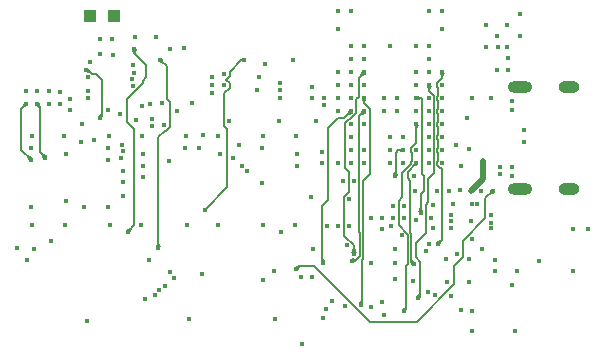
<source format=gbr>
%TF.GenerationSoftware,KiCad,Pcbnew,9.0.4*%
%TF.CreationDate,2025-09-08T17:38:28-04:00*%
%TF.ProjectId,CPU1-NRF5340-uBlox-NORA,43505531-2d4e-4524-9635-3334302d7542,A*%
%TF.SameCoordinates,Original*%
%TF.FileFunction,Copper,L2,Inr*%
%TF.FilePolarity,Positive*%
%FSLAX46Y46*%
G04 Gerber Fmt 4.6, Leading zero omitted, Abs format (unit mm)*
G04 Created by KiCad (PCBNEW 9.0.4) date 2025-09-08 17:38:28*
%MOMM*%
%LPD*%
G01*
G04 APERTURE LIST*
%TA.AperFunction,HeatsinkPad*%
%ADD10O,2.100000X1.000000*%
%TD*%
%TA.AperFunction,HeatsinkPad*%
%ADD11O,1.800000X1.000000*%
%TD*%
%TA.AperFunction,ComponentPad*%
%ADD12R,1.000000X1.000000*%
%TD*%
%TA.AperFunction,ViaPad*%
%ADD13C,0.450000*%
%TD*%
%TA.AperFunction,Conductor*%
%ADD14C,0.127000*%
%TD*%
%TA.AperFunction,Conductor*%
%ADD15C,0.500000*%
%TD*%
G04 APERTURE END LIST*
D10*
%TO.N,GND*%
%TO.C,J1*%
X148720000Y-90280000D03*
D11*
X152900000Y-90280000D03*
D10*
X148720000Y-81640000D03*
D11*
X152900000Y-81640000D03*
%TD*%
D12*
%TO.N,Net-(U2-IO7)*%
%TO.C,TP1*%
X112360000Y-75621000D03*
%TD*%
%TO.N,/P0.31*%
%TO.C,TP2*%
X114360000Y-75621000D03*
%TD*%
D13*
%TO.N,/VBUS*%
X132000000Y-88050000D03*
%TO.N,unconnected-(U4-VBUS-PadB9)*%
X132000000Y-87100000D03*
%TO.N,/VBUSMON*%
X117950000Y-77400000D03*
X113188105Y-78812000D03*
%TO.N,/PGOOD*%
X117396000Y-83057426D03*
%TO.N,/PSEN*%
X117300000Y-96250000D03*
X116747009Y-83203802D03*
%TO.N,/AIN7*%
X125323600Y-79349600D03*
X122021600Y-91998800D03*
%TO.N,/PSMODE*%
X118250000Y-79300000D03*
%TO.N,GND*%
X107425000Y-85800000D03*
X142150000Y-75175000D03*
X127000000Y-85775000D03*
X144450000Y-86850000D03*
X153225000Y-97200000D03*
X138150000Y-97900000D03*
X147675000Y-79200000D03*
X141050000Y-75175000D03*
X138875000Y-91725000D03*
X138150000Y-96550000D03*
X142150000Y-76675000D03*
X113195000Y-77600000D03*
X146275000Y-93575000D03*
X138300000Y-83675000D03*
X112150000Y-82550000D03*
X123200000Y-93275000D03*
X107300000Y-86775000D03*
X127000000Y-93275000D03*
X127975000Y-101250000D03*
X114025000Y-93275000D03*
X141725000Y-90400000D03*
X128400000Y-81250000D03*
X146275000Y-92500000D03*
X134450000Y-75175000D03*
X110125000Y-85800000D03*
X131100000Y-97700000D03*
X137025000Y-92700000D03*
X141050000Y-86975000D03*
X133325000Y-93400000D03*
X126850000Y-86775000D03*
X143625000Y-90382500D03*
X142925000Y-93550000D03*
X153225000Y-93650000D03*
X146800000Y-80150000D03*
X142500000Y-96150000D03*
X137750000Y-78169000D03*
X129700000Y-93275000D03*
X107450000Y-93275000D03*
X135550000Y-78169000D03*
X148700000Y-75425000D03*
X123200000Y-85775000D03*
X120700000Y-101250000D03*
X106900000Y-82000000D03*
X138300000Y-82575000D03*
X122650000Y-82100000D03*
X113875000Y-86800000D03*
X116100000Y-77425000D03*
X148275000Y-102250000D03*
X112150000Y-82000000D03*
X133725000Y-89550000D03*
X123650002Y-80520000D03*
X129725000Y-85800000D03*
X142925000Y-92450000D03*
X148025000Y-98425000D03*
X146625000Y-97225000D03*
X137075000Y-93650000D03*
X144675000Y-102275000D03*
X108825000Y-82000000D03*
X113975000Y-85775000D03*
X134450000Y-78169000D03*
X137200000Y-82575000D03*
X139925000Y-92900000D03*
X113821537Y-83600000D03*
X120475000Y-85775000D03*
X143400000Y-95800000D03*
X133350000Y-75175000D03*
X139875000Y-90425000D03*
X120500000Y-93275000D03*
X134450000Y-86975000D03*
X110175000Y-93275000D03*
X116675000Y-93275000D03*
X116700000Y-85775000D03*
X144700000Y-82575000D03*
X142525000Y-98125000D03*
X141025000Y-78169000D03*
X109775000Y-82014998D03*
X148700000Y-77300000D03*
X126450000Y-81900000D03*
X133350000Y-76675000D03*
X148026284Y-89176284D03*
X148025000Y-82775000D03*
X120375000Y-86800000D03*
X147675000Y-80175000D03*
X107850000Y-82000000D03*
X142925000Y-92975000D03*
X128400000Y-81850000D03*
X146275000Y-93100000D03*
X127000000Y-98000000D03*
X146825000Y-77325000D03*
X120275002Y-78350000D03*
X131125000Y-81600000D03*
X141375000Y-93550000D03*
X137200000Y-83675000D03*
X138150000Y-95375000D03*
X144600000Y-93000000D03*
X142150000Y-88075000D03*
X139950000Y-78169000D03*
X122650000Y-80750000D03*
X136100000Y-92700000D03*
X122650000Y-81425000D03*
X137950000Y-92700000D03*
X133325000Y-88075000D03*
X144250000Y-84275000D03*
%TO.N,+3.3V*%
X121775000Y-97465500D03*
X131125000Y-82525000D03*
X144700000Y-100550000D03*
%TO.N,Net-(U1-X)*%
X113131197Y-84281197D03*
%TO.N,+3.3V*%
X145850000Y-76400000D03*
X128400000Y-82550000D03*
X119649256Y-83659499D03*
%TO.N,Net-(U1-X)*%
X112000000Y-80150000D03*
%TO.N,+3.3V*%
X135549999Y-86975001D03*
X123650002Y-81480000D03*
X134700000Y-89550000D03*
X146625000Y-96250000D03*
X144425000Y-98125000D03*
X114150000Y-77550000D03*
X116825000Y-87300000D03*
X110275000Y-87275000D03*
X144625000Y-94500000D03*
X123350000Y-87325000D03*
X112050000Y-101475000D03*
X114300000Y-78900000D03*
X134450000Y-88075000D03*
X145525000Y-95325000D03*
X130150000Y-97725000D03*
X146850000Y-78250000D03*
X135550000Y-88050000D03*
X144400000Y-96150000D03*
X150325000Y-96375000D03*
X129849999Y-87274999D03*
%TO.N,/AIN5*%
X140098327Y-99461500D03*
X141050000Y-81475000D03*
X107625000Y-95350000D03*
%TO.N,/AIN2*%
X134483767Y-96322082D03*
X135550000Y-83675000D03*
X109014634Y-94694240D03*
%TO.N,/P1.13*%
X133350000Y-81475000D03*
X111850000Y-91776000D03*
X114898399Y-83927062D03*
%TO.N,/AIN6*%
X139950000Y-80375000D03*
X110300000Y-91275000D03*
X111650000Y-84725000D03*
%TO.N,/HK-ADC3*%
X115120619Y-87075095D03*
X109786304Y-83081000D03*
X115930517Y-81562774D03*
X125627722Y-88700500D03*
%TO.N,/AIN7*%
X134450000Y-79275000D03*
X107300000Y-91775000D03*
%TO.N,/AIN1*%
X106150000Y-95275000D03*
X132065500Y-96527549D03*
X134450000Y-83675000D03*
%TO.N,/AIN0*%
X112675000Y-86075000D03*
X134450000Y-84775000D03*
%TO.N,/AIN3*%
X139950000Y-84775000D03*
X138875906Y-100629007D03*
X106950000Y-96250000D03*
%TO.N,/AIN4*%
X111525000Y-86275000D03*
X139950000Y-81475000D03*
%TO.N,/P1.06*%
X117585478Y-84294426D03*
X142150000Y-81475000D03*
%TO.N,/P1.04*%
X117607358Y-84947062D03*
X132170821Y-83132997D03*
%TO.N,/P1.01*%
X138850000Y-85875000D03*
X115119000Y-89705604D03*
X115011092Y-86509012D03*
%TO.N,/P1.08*%
X132165532Y-82524000D03*
X118590358Y-84827036D03*
%TO.N,/P1.07*%
X135550000Y-82575000D03*
X135250000Y-100075000D03*
X116971203Y-99584500D03*
X113850000Y-91775000D03*
%TO.N,/SCL*%
X116850000Y-88275000D03*
X139950000Y-88075000D03*
X139719000Y-96650000D03*
X117796613Y-99259500D03*
%TO.N,/SDA*%
X138148687Y-89161999D03*
X115119000Y-88705257D03*
X138850000Y-86975000D03*
%TO.N,/P1.05*%
X133350000Y-83675000D03*
X116200000Y-84400000D03*
X115084614Y-90865257D03*
%TO.N,/HK-ADC2*%
X114966729Y-87631197D03*
X115950000Y-79750000D03*
X119025000Y-87900000D03*
X108825000Y-83050000D03*
%TO.N,/P0.30*%
X134111500Y-95039449D03*
X134450000Y-80375000D03*
%TO.N,/SPI-MISO*%
X142150000Y-85875000D03*
X124916453Y-86503500D03*
%TO.N,/SPI-CS*%
X139950000Y-86975000D03*
X121550000Y-86775000D03*
%TO.N,/SPI-DCX*%
X125180703Y-88285000D03*
X141050000Y-88075000D03*
%TO.N,/P0.21*%
X124113500Y-84522881D03*
X139950000Y-83675000D03*
%TO.N,/P0.29*%
X134678999Y-95723253D03*
X135550000Y-80375000D03*
%TO.N,/HK-ADC1*%
X113850000Y-87775000D03*
X107850000Y-83025000D03*
X108525000Y-87600000D03*
X116024416Y-80407760D03*
%TO.N,/SPI-MOSI*%
X121923976Y-85699127D03*
X141050000Y-85875000D03*
%TO.N,/P0.24*%
X141778553Y-94885253D03*
X127878661Y-97235983D03*
X142150000Y-80375000D03*
%TO.N,/SPI-SCK*%
X142150000Y-86975000D03*
X124450727Y-87607000D03*
%TO.N,/QSPI-IO3*%
X141175000Y-92675000D03*
X141050000Y-82575000D03*
%TO.N,/QSPI-SCK*%
X129850000Y-88275000D03*
X143303434Y-86525000D03*
X142150002Y-82575000D03*
%TO.N,/QSPI-IO1*%
X139743000Y-89148379D03*
X141050000Y-83675000D03*
X126850000Y-89775000D03*
%TO.N,/QSPI-IO2*%
X141000000Y-94950000D03*
X131234500Y-95337656D03*
X131052175Y-90935219D03*
X142150000Y-84775000D03*
%TO.N,/HK-ADC0*%
X115882027Y-80973493D03*
X110650000Y-83575000D03*
X110650000Y-82619500D03*
X106900000Y-83050000D03*
X107300000Y-87775000D03*
%TO.N,/P0.02-NFC1*%
X137750000Y-85875000D03*
X138737055Y-94189135D03*
%TO.N,/P0.19*%
X139950000Y-82575000D03*
X140325000Y-92257000D03*
%TO.N,/QSPI-CSN*%
X128294669Y-84461000D03*
X142150000Y-83675000D03*
%TO.N,/P0.03-NFC2*%
X128507000Y-93869222D03*
X137800000Y-93350000D03*
X137750000Y-86975000D03*
%TO.N,/DP*%
X149075000Y-86250000D03*
X149075000Y-85250000D03*
%TO.N,/VBUS*%
X143725000Y-88310000D03*
X130252500Y-103372500D03*
X146250000Y-82575000D03*
X134287500Y-91112500D03*
X148025000Y-88375000D03*
X147000000Y-89000000D03*
X148025000Y-83575000D03*
X137975000Y-91725000D03*
%TO.N,/VBAT*%
X134287499Y-93387499D03*
X147000000Y-88375000D03*
X115501503Y-93861560D03*
X116085000Y-78400000D03*
X136125000Y-96525000D03*
X138900000Y-92700000D03*
%TO.N,/DISPON*%
X119074691Y-78375309D03*
X119106000Y-97300000D03*
%TO.N,/CC2*%
X147665000Y-78250000D03*
X112114958Y-80812561D03*
%TO.N,/CC1*%
X147665000Y-76350000D03*
X112300000Y-79500000D03*
%TO.N,/PSEN*%
X146460000Y-90400000D03*
X129800000Y-97025000D03*
%TO.N,/PSMODE*%
X118100000Y-95250000D03*
X142760000Y-90400000D03*
X140750000Y-95525000D03*
%TO.N,/P1.15*%
X133350000Y-82575000D03*
X132319500Y-100380372D03*
%TO.N,/P1.14*%
X132775000Y-99750000D03*
X134450000Y-82575000D03*
%TO.N,/P1.12*%
X133874379Y-100137588D03*
X134450000Y-81475000D03*
%TO.N,/PGOOD*%
X143100000Y-91550000D03*
X148485000Y-97200000D03*
X143725000Y-100500000D03*
X118700000Y-98505500D03*
%TO.N,Net-(U5-STAT)*%
X132075000Y-101140000D03*
X132400000Y-93425000D03*
%TO.N,/RESET*%
X118432233Y-82938011D03*
X142900000Y-99325000D03*
X154510000Y-93621000D03*
X119425000Y-97800000D03*
X145815000Y-78250000D03*
%TO.N,/USER*%
X135550000Y-84775000D03*
X137065500Y-99790500D03*
%TO.N,/P1.09*%
X126596856Y-80784462D03*
X135550000Y-81475000D03*
%TO.N,/SYS*%
X145100000Y-91550000D03*
X145450000Y-90400000D03*
X141375000Y-91650000D03*
X145600000Y-87912500D03*
X144575000Y-90425000D03*
X144675000Y-91506105D03*
%TO.N,/P1.00*%
X116850000Y-89275000D03*
X118171539Y-98794000D03*
X138850000Y-88075000D03*
X139681532Y-98074266D03*
%TO.N,/QSPI-IO0*%
X131444540Y-84535000D03*
X141050000Y-84775000D03*
%TO.N,/SWDCLK*%
X141504444Y-99226643D03*
X141025000Y-79275000D03*
%TO.N,/RxD*%
X136150000Y-100225000D03*
X134450000Y-85875000D03*
%TO.N,/TxD*%
X137250000Y-100900000D03*
X137750000Y-88075000D03*
%TO.N,/SWDIO*%
X141050000Y-80375000D03*
X140900000Y-99019901D03*
%TO.N,/P1.10*%
X135550000Y-79275000D03*
X120950000Y-82939298D03*
X129475000Y-79379000D03*
%TO.N,/P1.11*%
X133350000Y-80375000D03*
X127175000Y-79650000D03*
%TD*%
D14*
%TO.N,/PSMODE*%
X118821711Y-82632403D02*
X118821711Y-79871711D01*
X119081858Y-82892550D02*
X118821711Y-82632403D01*
X118793944Y-85318536D02*
X119081858Y-85030622D01*
X119081858Y-85030622D02*
X119081858Y-82892550D01*
X118821711Y-79871711D02*
X118250000Y-79300000D01*
X118666113Y-85318536D02*
X118793944Y-85318536D01*
X118100000Y-85884649D02*
X118666113Y-85318536D01*
X118100000Y-95250000D02*
X118100000Y-85884649D01*
%TO.N,Net-(U1-X)*%
X113350000Y-84062394D02*
X113131197Y-84281197D01*
X112872032Y-80522032D02*
X113350000Y-81000000D01*
X112100000Y-80150000D02*
X112472032Y-80522032D01*
X112000000Y-80150000D02*
X112100000Y-80150000D01*
X113350000Y-81000000D02*
X113350000Y-84062394D01*
X112472032Y-80522032D02*
X112872032Y-80522032D01*
%TO.N,/VBAT*%
X115538440Y-93861560D02*
X115501503Y-93861560D01*
X116085000Y-93315000D02*
X115538440Y-93861560D01*
X116792001Y-81317979D02*
X115458500Y-82651480D01*
X116792000Y-81093002D02*
X116792001Y-81317979D01*
X117083900Y-79718899D02*
X117083900Y-80801102D01*
X116085000Y-78719999D02*
X117083900Y-79718899D01*
X115458500Y-82651480D02*
X115458500Y-84552000D01*
X116085000Y-78400000D02*
X116085000Y-78719999D01*
X115458500Y-84552000D02*
X116085000Y-85178500D01*
X117083900Y-80801102D02*
X116792000Y-81093002D01*
X116085000Y-85178500D02*
X116085000Y-93315000D01*
%TO.N,/AIN7*%
X124141502Y-80328498D02*
X125120400Y-79349600D01*
X124141502Y-80723586D02*
X124141502Y-80328498D01*
X124141502Y-81683586D02*
X124141502Y-81276414D01*
X123698000Y-82127088D02*
X124141502Y-81683586D01*
X123698000Y-84886800D02*
X123698000Y-82127088D01*
X123952000Y-85140800D02*
X123698000Y-84886800D01*
X123952000Y-90068400D02*
X123952000Y-85140800D01*
X122021600Y-91998800D02*
X123952000Y-90068400D01*
X125120400Y-79349600D02*
X125323600Y-79349600D01*
X123865088Y-81000000D02*
X124141502Y-80723586D01*
X124141502Y-81276414D02*
X123865088Y-81000000D01*
D15*
%TO.N,/SYS*%
X144575000Y-90425000D02*
X145600000Y-89400000D01*
X145600000Y-89400000D02*
X145600000Y-87912500D01*
D14*
%TO.N,/AIN3*%
X139107112Y-100397801D02*
X138875906Y-100629007D01*
X139107112Y-96756512D02*
X139107112Y-100397801D01*
X139286000Y-96577624D02*
X139107112Y-96756512D01*
X139286000Y-94150473D02*
X139286000Y-96577624D01*
X138458500Y-91253500D02*
X138458500Y-93322973D01*
X138775000Y-90937000D02*
X138458500Y-91253500D01*
X138775000Y-88887962D02*
X138775000Y-90937000D01*
X139533500Y-88129462D02*
X138775000Y-88887962D01*
X139533500Y-87902480D02*
X139533500Y-88129462D01*
X139568000Y-87867980D02*
X139533500Y-87902480D01*
X139568000Y-87182020D02*
X139568000Y-87867980D01*
X139533500Y-87147520D02*
X139568000Y-87182020D01*
X139950000Y-86385980D02*
X139533500Y-86802480D01*
X139950000Y-84775000D02*
X139950000Y-86385980D01*
X139533500Y-86802480D02*
X139533500Y-87147520D01*
X138458500Y-93322973D02*
X139286000Y-94150473D01*
%TO.N,/PSEN*%
X130065499Y-96759501D02*
X129800000Y-97025000D01*
X136025000Y-101500000D02*
X131284501Y-96759501D01*
X139975000Y-101500000D02*
X136025000Y-101500000D01*
X143150000Y-98325000D02*
X139975000Y-101500000D01*
X143891500Y-94644480D02*
X143891500Y-96003586D01*
X146460000Y-90400000D02*
X145800000Y-91060000D01*
X131284501Y-96759501D02*
X130065499Y-96759501D01*
X145800000Y-92735980D02*
X143891500Y-94644480D01*
X143150000Y-96745086D02*
X143150000Y-98325000D01*
X145800000Y-91060000D02*
X145800000Y-92735980D01*
X143891500Y-96003586D02*
X143150000Y-96745086D01*
%TO.N,/AIN5*%
X141466500Y-83847520D02*
X141432000Y-83882020D01*
X141466500Y-83502480D02*
X141466500Y-83847520D01*
X141466500Y-88933500D02*
X140974921Y-89425079D01*
X141432000Y-83882020D02*
X141432000Y-84567980D01*
X140974921Y-91354272D02*
X140754193Y-91575000D01*
X141466500Y-85702480D02*
X141466500Y-86047520D01*
X141466500Y-87359500D02*
X141466500Y-88933500D01*
X140284500Y-96434500D02*
X140284500Y-99275327D01*
X141466500Y-82402480D02*
X141466500Y-82747520D01*
X141466500Y-82747520D02*
X141432000Y-82782020D01*
X141432000Y-86767980D02*
X141466500Y-86802480D01*
X141432000Y-84982020D02*
X141432000Y-85667980D01*
X140974921Y-89425079D02*
X140974921Y-91354272D01*
X141432000Y-82782020D02*
X141432000Y-83467980D01*
X139900000Y-94826624D02*
X139900000Y-96050000D01*
X141432000Y-85667980D02*
X141466500Y-85702480D01*
X141432000Y-86082020D02*
X141432000Y-86767980D01*
X141466500Y-86047520D02*
X141432000Y-86082020D01*
X141432000Y-83467980D02*
X141466500Y-83502480D01*
X140754193Y-91575000D02*
X140754193Y-93972431D01*
X141432000Y-84567980D02*
X141466500Y-84602480D01*
X141432000Y-87325000D02*
X141466500Y-87359500D01*
X140284500Y-99275327D02*
X140098327Y-99461500D01*
X139900000Y-96050000D02*
X140284500Y-96434500D01*
X141466500Y-87147520D02*
X141432000Y-87182020D01*
X141050000Y-81985980D02*
X141466500Y-82402480D01*
X141432000Y-87182020D02*
X141432000Y-87325000D01*
X141050000Y-81475000D02*
X141050000Y-81985980D01*
X141466500Y-84602480D02*
X141466500Y-84947520D01*
X141466500Y-86802480D02*
X141466500Y-87147520D01*
X141466500Y-84947520D02*
X141432000Y-84982020D01*
X140754193Y-93972431D02*
X139900000Y-94826624D01*
%TO.N,/AIN2*%
X135150000Y-95950000D02*
X134777918Y-96322082D01*
X135133500Y-93933500D02*
X135150000Y-93950000D01*
X135550000Y-83675000D02*
X135133500Y-84091500D01*
X135133500Y-84091500D02*
X135133500Y-93933500D01*
X134777918Y-96322082D02*
X134483767Y-96322082D01*
X135150000Y-93950000D02*
X135150000Y-95950000D01*
%TO.N,/AIN1*%
X132450000Y-85125000D02*
X133307010Y-84267990D01*
X133857010Y-84267990D02*
X134450000Y-83675000D01*
X132450000Y-91200837D02*
X132450000Y-85125000D01*
X133307010Y-84267990D02*
X133857010Y-84267990D01*
X132065500Y-96527549D02*
X131975837Y-96437886D01*
X131975837Y-96437886D02*
X131975837Y-91675000D01*
X131975837Y-91675000D02*
X132450000Y-91200837D01*
%TO.N,/P1.07*%
X135550000Y-83002000D02*
X136000000Y-83452000D01*
X135350000Y-96259210D02*
X135350000Y-99975000D01*
X136000000Y-83452000D02*
X136000000Y-88979000D01*
X135429000Y-89550000D02*
X135429000Y-96180210D01*
X136000000Y-88979000D02*
X135429000Y-89550000D01*
X135350000Y-99975000D02*
X135250000Y-100075000D01*
X135550000Y-82575000D02*
X135550000Y-83002000D01*
X135429000Y-96180210D02*
X135350000Y-96259210D01*
%TO.N,/SCL*%
X139541000Y-94044849D02*
X139458500Y-93962349D01*
X139230466Y-88794534D02*
X139950000Y-88075000D01*
X139458500Y-89560307D02*
X139230466Y-89332273D01*
X139541000Y-96472000D02*
X139541000Y-94044849D01*
X139230466Y-89332273D02*
X139230466Y-88794534D01*
X139719000Y-96650000D02*
X139541000Y-96472000D01*
X139458500Y-93962349D02*
X139458500Y-89560307D01*
%TO.N,/SDA*%
X138205938Y-87192062D02*
X138205938Y-89104748D01*
X138850000Y-86975000D02*
X138423000Y-86975000D01*
X138423000Y-86975000D02*
X138205938Y-87192062D01*
X138205938Y-89104748D02*
X138148687Y-89161999D01*
%TO.N,/P0.29*%
X134283500Y-90527480D02*
X134283500Y-88808500D01*
X134875000Y-82657000D02*
X135082000Y-82450000D01*
X134875000Y-83839020D02*
X134875000Y-82657000D01*
X133925000Y-84710980D02*
X134277480Y-84358500D01*
X133925000Y-88450000D02*
X133925000Y-84710980D01*
X134678999Y-95017928D02*
X133871000Y-94209929D01*
X134678999Y-95723253D02*
X134678999Y-95017928D01*
X135082000Y-80843000D02*
X135550000Y-80375000D01*
X133871000Y-90939980D02*
X134283500Y-90527480D01*
X134277480Y-84358500D02*
X134355520Y-84358500D01*
X134355520Y-84358500D02*
X134875000Y-83839020D01*
X134283500Y-88808500D02*
X133925000Y-88450000D01*
X135082000Y-82450000D02*
X135082000Y-80843000D01*
X133871000Y-94209929D02*
X133871000Y-90939980D01*
%TO.N,/HK-ADC1*%
X108075000Y-83250000D02*
X108075000Y-87150000D01*
X107850000Y-83025000D02*
X108075000Y-83250000D01*
X108075000Y-87150000D02*
X108525000Y-87600000D01*
%TO.N,/P0.24*%
X141768000Y-84567980D02*
X141733500Y-84602480D01*
X141733500Y-81647520D02*
X141768000Y-81682020D01*
X141733500Y-87902480D02*
X141733500Y-88247520D01*
X141768000Y-85667980D02*
X141733500Y-85702480D01*
X141733500Y-83847520D02*
X141768000Y-83882020D01*
X142141500Y-90227480D02*
X142141500Y-94557662D01*
X141768000Y-87867980D02*
X141733500Y-87902480D01*
X141733500Y-88247520D02*
X141977480Y-88491500D01*
X142026270Y-88491500D02*
X142107000Y-88572230D01*
X141733500Y-85702480D02*
X141733500Y-86047520D01*
X142141500Y-94557662D02*
X141813909Y-94885253D01*
X142150000Y-80375000D02*
X142150000Y-80885980D01*
X142107000Y-90192980D02*
X142141500Y-90227480D01*
X141733500Y-87147520D02*
X141768000Y-87182020D01*
X141733500Y-84602480D02*
X141733500Y-84947520D01*
X141977480Y-88491500D02*
X142026270Y-88491500D01*
X141768000Y-82782018D02*
X141768000Y-83467980D01*
X141768000Y-83882020D02*
X141768000Y-84567980D01*
X141733500Y-81302480D02*
X141733500Y-81647520D01*
X141768000Y-86767980D02*
X141733500Y-86802480D01*
X141733502Y-82747520D02*
X141768000Y-82782018D01*
X142107000Y-88572230D02*
X142107000Y-90192980D01*
X141768000Y-87182020D02*
X141768000Y-87867980D01*
X141733500Y-84947520D02*
X141768000Y-84982020D01*
X141733502Y-82402480D02*
X141733502Y-82747520D01*
X141768000Y-83467980D02*
X141733500Y-83502480D01*
X141733500Y-86047520D02*
X141768000Y-86082020D01*
X141768000Y-81682020D02*
X141768000Y-82367982D01*
X141733500Y-86802480D02*
X141733500Y-87147520D01*
X141768000Y-82367982D02*
X141733502Y-82402480D01*
X141768000Y-84982020D02*
X141768000Y-85667980D01*
X141813909Y-94885253D02*
X141778553Y-94885253D01*
X142150000Y-80885980D02*
X141733500Y-81302480D01*
X141733500Y-83502480D02*
X141733500Y-83847520D01*
X141768000Y-86082020D02*
X141768000Y-86767980D01*
%TO.N,/HK-ADC0*%
X106475000Y-86925000D02*
X107300000Y-87750000D01*
X106475000Y-83475000D02*
X106475000Y-86925000D01*
X107300000Y-87750000D02*
X107300000Y-87775000D01*
X106900000Y-83050000D02*
X106475000Y-83475000D01*
%TO.N,/P0.19*%
X140414000Y-82612000D02*
X140414000Y-89023235D01*
X140584159Y-89193394D02*
X140584159Y-90397841D01*
X140377000Y-82575000D02*
X140414000Y-82612000D01*
X140325000Y-92208307D02*
X140325000Y-92257000D01*
X140414000Y-89023235D02*
X140584159Y-89193394D01*
X140332000Y-90650000D02*
X140332000Y-92201307D01*
X140332000Y-92201307D02*
X140325000Y-92208307D01*
X140584159Y-90397841D02*
X140332000Y-90650000D01*
X139950000Y-82575000D02*
X140377000Y-82575000D01*
%TD*%
%TA.AperFunction,Conductor*%
%TO.N,/PSMODE*%
G36*
X118441694Y-79185973D02*
G01*
X118442657Y-79187740D01*
X118606840Y-79562922D01*
X118607017Y-79571875D01*
X118604394Y-79575886D01*
X118525886Y-79654394D01*
X118517613Y-79657821D01*
X118512922Y-79656840D01*
X118137740Y-79492657D01*
X118131535Y-79486200D01*
X118131712Y-79477247D01*
X118132671Y-79475485D01*
X118247981Y-79301274D01*
X118251274Y-79297981D01*
X118425481Y-79182674D01*
X118434271Y-79180966D01*
X118441694Y-79185973D01*
G37*
%TD.AperFunction*%
%TD*%
%TA.AperFunction,Conductor*%
%TO.N,/PSMODE*%
G36*
X118163787Y-94807750D02*
G01*
X118166410Y-94811761D01*
X118315609Y-95193151D01*
X118315432Y-95202104D01*
X118308975Y-95208309D01*
X118307045Y-95208878D01*
X118102332Y-95250525D01*
X118097668Y-95250525D01*
X117892954Y-95208878D01*
X117885530Y-95203871D01*
X117883821Y-95195081D01*
X117884388Y-95193157D01*
X118033590Y-94811760D01*
X118039795Y-94805304D01*
X118044486Y-94804323D01*
X118155514Y-94804323D01*
X118163787Y-94807750D01*
G37*
%TD.AperFunction*%
%TD*%
%TA.AperFunction,Conductor*%
%TO.N,Net-(U1-X)*%
G36*
X113408127Y-83929578D02*
G01*
X113411554Y-83937851D01*
X113411417Y-83939637D01*
X113353730Y-84313072D01*
X113349080Y-84320725D01*
X113340381Y-84322849D01*
X113339935Y-84322771D01*
X113136000Y-84283130D01*
X113128532Y-84278188D01*
X113012980Y-84104326D01*
X113011254Y-84095539D01*
X113016248Y-84088106D01*
X113016691Y-84087825D01*
X113283723Y-83927814D01*
X113289737Y-83926151D01*
X113399854Y-83926151D01*
X113408127Y-83929578D01*
G37*
%TD.AperFunction*%
%TD*%
%TA.AperFunction,Conductor*%
%TO.N,Net-(U1-X)*%
G36*
X112193370Y-80034864D02*
G01*
X112193479Y-80035032D01*
X112397137Y-80354464D01*
X112398696Y-80363282D01*
X112395545Y-80369027D01*
X112316959Y-80447613D01*
X112308686Y-80451040D01*
X112306078Y-80450745D01*
X112215486Y-80430019D01*
X111967148Y-80373203D01*
X111959847Y-80368018D01*
X111958273Y-80359560D01*
X111998354Y-80154101D01*
X112003301Y-80146639D01*
X112177156Y-80031565D01*
X112185947Y-80029857D01*
X112193370Y-80034864D01*
G37*
%TD.AperFunction*%
%TD*%
%TA.AperFunction,Conductor*%
%TO.N,/VBAT*%
G36*
X115792155Y-93522925D02*
G01*
X115795479Y-93525254D01*
X115874010Y-93603785D01*
X115877437Y-93612058D01*
X115876168Y-93617358D01*
X115694528Y-93974862D01*
X115687725Y-93980685D01*
X115678797Y-93979993D01*
X115677639Y-93979318D01*
X115504883Y-93864972D01*
X115499876Y-93857549D01*
X115499857Y-93857456D01*
X115459523Y-93650701D01*
X115461303Y-93641925D01*
X115467008Y-93637465D01*
X115783209Y-93522531D01*
X115792155Y-93522925D01*
G37*
%TD.AperFunction*%
%TD*%
%TA.AperFunction,Conductor*%
%TO.N,/VBAT*%
G36*
X116089041Y-78400249D02*
G01*
X116293421Y-78441425D01*
X116300853Y-78446419D01*
X116302579Y-78455206D01*
X116302400Y-78455961D01*
X116219584Y-78760960D01*
X116216566Y-78766167D01*
X116138808Y-78843925D01*
X116130535Y-78847352D01*
X116122262Y-78843925D01*
X116120962Y-78842379D01*
X115904776Y-78534760D01*
X115902823Y-78526021D01*
X115907622Y-78518460D01*
X115907764Y-78518361D01*
X116080237Y-78402029D01*
X116089012Y-78400244D01*
X116089041Y-78400249D01*
G37*
%TD.AperFunction*%
%TD*%
%TA.AperFunction,Conductor*%
%TO.N,/AIN3*%
G36*
X139164780Y-100282526D02*
G01*
X139168207Y-100290799D01*
X139168006Y-100292961D01*
X139098757Y-100661332D01*
X139093860Y-100668829D01*
X139085096Y-100670669D01*
X139085026Y-100670655D01*
X138880709Y-100630940D01*
X138873241Y-100625998D01*
X138757910Y-100452470D01*
X138756185Y-100443684D01*
X138761179Y-100436251D01*
X138761941Y-100435785D01*
X139040960Y-100280573D01*
X139046648Y-100279099D01*
X139156507Y-100279099D01*
X139164780Y-100282526D01*
G37*
%TD.AperFunction*%
%TD*%
%TA.AperFunction,Conductor*%
%TO.N,/AIN3*%
G36*
X140157046Y-84816121D02*
G01*
X140164469Y-84821128D01*
X140166178Y-84829918D01*
X140165609Y-84831848D01*
X140016410Y-85213239D01*
X140010205Y-85219696D01*
X140005514Y-85220677D01*
X139894486Y-85220677D01*
X139886213Y-85217250D01*
X139883590Y-85213239D01*
X139734390Y-84831848D01*
X139734567Y-84822895D01*
X139741024Y-84816690D01*
X139742944Y-84816123D01*
X139947670Y-84774474D01*
X139952330Y-84774474D01*
X140157046Y-84816121D01*
G37*
%TD.AperFunction*%
%TD*%
%TA.AperFunction,Conductor*%
%TO.N,/PSEN*%
G36*
X130129688Y-96701280D02*
G01*
X130135254Y-96708295D01*
X130135703Y-96711506D01*
X130135703Y-96820468D01*
X130134654Y-96825309D01*
X129992765Y-97137495D01*
X129986223Y-97143609D01*
X129977273Y-97143305D01*
X129975638Y-97142398D01*
X129803075Y-97027708D01*
X129798081Y-97020276D01*
X129758153Y-96814859D01*
X129759938Y-96806085D01*
X129766425Y-96801377D01*
X130120794Y-96700255D01*
X130129688Y-96701280D01*
G37*
%TD.AperFunction*%
%TD*%
%TA.AperFunction,Conductor*%
%TO.N,/PSEN*%
G36*
X146282752Y-90281712D02*
G01*
X146284519Y-90282675D01*
X146458722Y-90397979D01*
X146462020Y-90401277D01*
X146577324Y-90575480D01*
X146579033Y-90584271D01*
X146574026Y-90591694D01*
X146572259Y-90592657D01*
X146197077Y-90756840D01*
X146188124Y-90757017D01*
X146184113Y-90754394D01*
X146105605Y-90675886D01*
X146102178Y-90667613D01*
X146103158Y-90662926D01*
X146267342Y-90287739D01*
X146273799Y-90281535D01*
X146282752Y-90281712D01*
G37*
%TD.AperFunction*%
%TD*%
%TA.AperFunction,Conductor*%
%TO.N,/AIN5*%
G36*
X140343722Y-99096366D02*
G01*
X140347149Y-99104639D01*
X140347120Y-99105453D01*
X140325212Y-99417077D01*
X140319931Y-99492208D01*
X140315933Y-99500220D01*
X140307439Y-99503058D01*
X140306028Y-99502872D01*
X140103130Y-99463433D01*
X140095662Y-99458491D01*
X139979509Y-99283726D01*
X139977784Y-99274940D01*
X139982338Y-99267813D01*
X140217913Y-99095201D01*
X140224828Y-99092939D01*
X140335449Y-99092939D01*
X140343722Y-99096366D01*
G37*
%TD.AperFunction*%
%TD*%
%TA.AperFunction,Conductor*%
%TO.N,/AIN5*%
G36*
X141257046Y-81516121D02*
G01*
X141264469Y-81521128D01*
X141266178Y-81529918D01*
X141265609Y-81531848D01*
X141116410Y-81913239D01*
X141110205Y-81919696D01*
X141105514Y-81920677D01*
X140994486Y-81920677D01*
X140986213Y-81917250D01*
X140983590Y-81913239D01*
X140834390Y-81531848D01*
X140834567Y-81522895D01*
X140841024Y-81516690D01*
X140842944Y-81516123D01*
X141047670Y-81474474D01*
X141052330Y-81474474D01*
X141257046Y-81516121D01*
G37*
%TD.AperFunction*%
%TD*%
%TA.AperFunction,Conductor*%
%TO.N,/AIN2*%
G36*
X135372752Y-83556712D02*
G01*
X135374519Y-83557675D01*
X135548722Y-83672979D01*
X135552020Y-83676277D01*
X135667324Y-83850480D01*
X135669033Y-83859271D01*
X135664026Y-83866694D01*
X135662259Y-83867657D01*
X135287077Y-84031840D01*
X135278124Y-84032017D01*
X135274113Y-84029394D01*
X135195605Y-83950886D01*
X135192178Y-83942613D01*
X135193158Y-83937926D01*
X135357342Y-83562739D01*
X135363799Y-83556535D01*
X135372752Y-83556712D01*
G37*
%TD.AperFunction*%
%TD*%
%TA.AperFunction,Conductor*%
%TO.N,/AIN2*%
G36*
X134539203Y-96103939D02*
G01*
X134836819Y-96169302D01*
X134842582Y-96172457D01*
X134920583Y-96250458D01*
X134924010Y-96258731D01*
X134920583Y-96267004D01*
X134919484Y-96267973D01*
X134618650Y-96501493D01*
X134610014Y-96503859D01*
X134602234Y-96499425D01*
X134601776Y-96498794D01*
X134485796Y-96326845D01*
X134484011Y-96318069D01*
X134484012Y-96318061D01*
X134525311Y-96113073D01*
X134530304Y-96105642D01*
X134539091Y-96103916D01*
X134539203Y-96103939D01*
G37*
%TD.AperFunction*%
%TD*%
%TA.AperFunction,Conductor*%
%TO.N,/AIN1*%
G36*
X134272752Y-83556712D02*
G01*
X134274519Y-83557675D01*
X134448722Y-83672979D01*
X134452020Y-83676277D01*
X134567324Y-83850480D01*
X134569033Y-83859271D01*
X134564026Y-83866694D01*
X134562259Y-83867657D01*
X134187077Y-84031840D01*
X134178124Y-84032017D01*
X134174113Y-84029394D01*
X134095605Y-83950886D01*
X134092178Y-83942613D01*
X134093158Y-83937926D01*
X134257342Y-83562739D01*
X134263799Y-83556535D01*
X134272752Y-83556712D01*
G37*
%TD.AperFunction*%
%TD*%
%TA.AperFunction,Conductor*%
%TO.N,/AIN1*%
G36*
X132041551Y-96104257D02*
G01*
X132042833Y-96105777D01*
X132245674Y-96392774D01*
X132247650Y-96401508D01*
X132242872Y-96409082D01*
X132242655Y-96409231D01*
X132069565Y-96525810D01*
X132060789Y-96527590D01*
X132060697Y-96527571D01*
X131855992Y-96485926D01*
X131848568Y-96480919D01*
X131846802Y-96472430D01*
X131910632Y-96110498D01*
X131915443Y-96102946D01*
X131922154Y-96100830D01*
X132033278Y-96100830D01*
X132041551Y-96104257D01*
G37*
%TD.AperFunction*%
%TD*%
%TA.AperFunction,Conductor*%
%TO.N,/P1.07*%
G36*
X135411707Y-99655989D02*
G01*
X135415003Y-99662515D01*
X135469016Y-100020110D01*
X135466863Y-100028802D01*
X135459779Y-100033322D01*
X135254802Y-100075022D01*
X135246012Y-100073313D01*
X135245934Y-100073261D01*
X135073139Y-99956880D01*
X135068191Y-99949416D01*
X135069971Y-99940640D01*
X135070305Y-99940170D01*
X135218066Y-99743600D01*
X135282990Y-99657232D01*
X135290700Y-99652678D01*
X135292342Y-99652562D01*
X135403434Y-99652562D01*
X135411707Y-99655989D01*
G37*
%TD.AperFunction*%
%TD*%
%TA.AperFunction,Conductor*%
%TO.N,/P1.07*%
G36*
X135555824Y-82578665D02*
G01*
X135555860Y-82578689D01*
X135728672Y-82694374D01*
X135733640Y-82701824D01*
X135732723Y-82709135D01*
X135608972Y-82968492D01*
X135606685Y-82971727D01*
X135530493Y-83047919D01*
X135522220Y-83051346D01*
X135513947Y-83047919D01*
X135511477Y-83044281D01*
X135505489Y-83030404D01*
X135366762Y-82708911D01*
X135366632Y-82699959D01*
X135370963Y-82694577D01*
X135371264Y-82694374D01*
X135542776Y-82578688D01*
X135551549Y-82576904D01*
X135555824Y-82578665D01*
G37*
%TD.AperFunction*%
%TD*%
%TA.AperFunction,Conductor*%
%TO.N,/SCL*%
G36*
X139772752Y-87956712D02*
G01*
X139774519Y-87957675D01*
X139948722Y-88072979D01*
X139952020Y-88076277D01*
X140067324Y-88250480D01*
X140069033Y-88259271D01*
X140064026Y-88266694D01*
X140062259Y-88267657D01*
X139687077Y-88431840D01*
X139678124Y-88432017D01*
X139674113Y-88429394D01*
X139597170Y-88352451D01*
X139593743Y-88344178D01*
X139597168Y-88335908D01*
X139695422Y-88237655D01*
X139724500Y-88167454D01*
X139724500Y-88091470D01*
X139724500Y-88040239D01*
X139725481Y-88035548D01*
X139757342Y-87962739D01*
X139763798Y-87956535D01*
X139772752Y-87956712D01*
G37*
%TD.AperFunction*%
%TD*%
%TA.AperFunction,Conductor*%
%TO.N,/SCL*%
G36*
X139607658Y-96280490D02*
G01*
X139835374Y-96456258D01*
X139839829Y-96464026D01*
X139837969Y-96471996D01*
X139721708Y-96646924D01*
X139714275Y-96651918D01*
X139714196Y-96651933D01*
X139511565Y-96691320D01*
X139502790Y-96689535D01*
X139497848Y-96682067D01*
X139497648Y-96680420D01*
X139487211Y-96471996D01*
X139478115Y-96290337D01*
X139481123Y-96281904D01*
X139489215Y-96278068D01*
X139489800Y-96278053D01*
X139600510Y-96278053D01*
X139607658Y-96280490D01*
G37*
%TD.AperFunction*%
%TD*%
%TA.AperFunction,Conductor*%
%TO.N,/SDA*%
G36*
X138268595Y-88725281D02*
G01*
X138271667Y-88730693D01*
X138366367Y-89106221D01*
X138365067Y-89115081D01*
X138357883Y-89120427D01*
X138357354Y-89120547D01*
X138153489Y-89162021D01*
X138144699Y-89160312D01*
X138144621Y-89160260D01*
X137970637Y-89043078D01*
X137965689Y-89035614D01*
X137967024Y-89027552D01*
X138139066Y-88727731D01*
X138146156Y-88722261D01*
X138149214Y-88721854D01*
X138260322Y-88721854D01*
X138268595Y-88725281D01*
G37*
%TD.AperFunction*%
%TD*%
%TA.AperFunction,Conductor*%
%TO.N,/SDA*%
G36*
X138730422Y-86795963D02*
G01*
X138846310Y-86967774D01*
X138848095Y-86976549D01*
X138846333Y-86980826D01*
X138730625Y-87153672D01*
X138723175Y-87158640D01*
X138715864Y-87157723D01*
X138456507Y-87033972D01*
X138453272Y-87031685D01*
X138377080Y-86955493D01*
X138373653Y-86947220D01*
X138377080Y-86938947D01*
X138380716Y-86936478D01*
X138716088Y-86791762D01*
X138725040Y-86791632D01*
X138730422Y-86795963D01*
G37*
%TD.AperFunction*%
%TD*%
%TA.AperFunction,Conductor*%
%TO.N,/P0.29*%
G36*
X134742786Y-95281003D02*
G01*
X134745409Y-95285014D01*
X134894608Y-95666404D01*
X134894431Y-95675357D01*
X134887974Y-95681562D01*
X134886044Y-95682131D01*
X134681331Y-95723778D01*
X134676667Y-95723778D01*
X134471953Y-95682131D01*
X134464529Y-95677124D01*
X134462820Y-95668334D01*
X134463387Y-95666410D01*
X134612589Y-95285013D01*
X134618794Y-95278557D01*
X134623485Y-95277576D01*
X134734513Y-95277576D01*
X134742786Y-95281003D01*
G37*
%TD.AperFunction*%
%TD*%
%TA.AperFunction,Conductor*%
%TO.N,/P0.29*%
G36*
X135372752Y-80256712D02*
G01*
X135374519Y-80257675D01*
X135548722Y-80372979D01*
X135552020Y-80376277D01*
X135667324Y-80550480D01*
X135669033Y-80559271D01*
X135664026Y-80566694D01*
X135662259Y-80567657D01*
X135287077Y-80731840D01*
X135278124Y-80732017D01*
X135274113Y-80729394D01*
X135195605Y-80650886D01*
X135192178Y-80642613D01*
X135193158Y-80637926D01*
X135357342Y-80262739D01*
X135363799Y-80256535D01*
X135372752Y-80256712D01*
G37*
%TD.AperFunction*%
%TD*%
%TA.AperFunction,Conductor*%
%TO.N,/HK-ADC1*%
G36*
X108067706Y-82985173D02*
G01*
X108072648Y-82992641D01*
X108072695Y-82992900D01*
X108136160Y-83363806D01*
X108134178Y-83372538D01*
X108126601Y-83377311D01*
X108124628Y-83377479D01*
X108014636Y-83377479D01*
X108008786Y-83375912D01*
X107908800Y-83318190D01*
X107735787Y-83218310D01*
X107730337Y-83211207D01*
X107731505Y-83202328D01*
X107731877Y-83201728D01*
X107847292Y-83028074D01*
X107854722Y-83023082D01*
X108058931Y-82983388D01*
X108067706Y-82985173D01*
G37*
%TD.AperFunction*%
%TD*%
%TA.AperFunction,Conductor*%
%TO.N,/HK-ADC1*%
G36*
X108262074Y-87243158D02*
G01*
X108476693Y-87337077D01*
X108637259Y-87407342D01*
X108643464Y-87413799D01*
X108643287Y-87422752D01*
X108642324Y-87424519D01*
X108527020Y-87598722D01*
X108523722Y-87602020D01*
X108349519Y-87717324D01*
X108340728Y-87719033D01*
X108333305Y-87714026D01*
X108332342Y-87712259D01*
X108168158Y-87337075D01*
X108167982Y-87328124D01*
X108170603Y-87324115D01*
X108249114Y-87245604D01*
X108257386Y-87242178D01*
X108262074Y-87243158D01*
G37*
%TD.AperFunction*%
%TD*%
%TA.AperFunction,Conductor*%
%TO.N,/P0.24*%
G36*
X142068401Y-94545831D02*
G01*
X142071755Y-94548174D01*
X142150285Y-94626704D01*
X142153712Y-94634977D01*
X142152456Y-94640250D01*
X141971564Y-94998510D01*
X141964776Y-95004351D01*
X141955847Y-95003681D01*
X141954662Y-95002993D01*
X141781933Y-94888665D01*
X141776926Y-94881242D01*
X141776907Y-94881149D01*
X141736567Y-94674363D01*
X141738347Y-94665590D01*
X141744021Y-94661141D01*
X142059454Y-94545462D01*
X142068401Y-94545831D01*
G37*
%TD.AperFunction*%
%TD*%
%TA.AperFunction,Conductor*%
%TO.N,/P0.24*%
G36*
X142357046Y-80416121D02*
G01*
X142364469Y-80421128D01*
X142366178Y-80429918D01*
X142365609Y-80431848D01*
X142216410Y-80813239D01*
X142210205Y-80819696D01*
X142205514Y-80820677D01*
X142094486Y-80820677D01*
X142086213Y-80817250D01*
X142083590Y-80813239D01*
X141934390Y-80431848D01*
X141934567Y-80422895D01*
X141941024Y-80416690D01*
X141942944Y-80416123D01*
X142147670Y-80374474D01*
X142152330Y-80374474D01*
X142357046Y-80416121D01*
G37*
%TD.AperFunction*%
%TD*%
%TA.AperFunction,Conductor*%
%TO.N,/HK-ADC0*%
G36*
X107049750Y-87406087D02*
G01*
X107412965Y-87582086D01*
X107418916Y-87588777D01*
X107418392Y-87597717D01*
X107417619Y-87599073D01*
X107303412Y-87771619D01*
X107295989Y-87776626D01*
X107295896Y-87776645D01*
X107088926Y-87817021D01*
X107080150Y-87815241D01*
X107075780Y-87809773D01*
X107060961Y-87771619D01*
X106955220Y-87499372D01*
X106955419Y-87490421D01*
X106957850Y-87486868D01*
X107036376Y-87408342D01*
X107044648Y-87404916D01*
X107049750Y-87406087D01*
G37*
%TD.AperFunction*%
%TD*%
%TA.AperFunction,Conductor*%
%TO.N,/HK-ADC0*%
G36*
X106722752Y-82931712D02*
G01*
X106724519Y-82932675D01*
X106898722Y-83047979D01*
X106902020Y-83051277D01*
X107017324Y-83225480D01*
X107019033Y-83234271D01*
X107014026Y-83241694D01*
X107012259Y-83242657D01*
X106637077Y-83406840D01*
X106628124Y-83407017D01*
X106624113Y-83404394D01*
X106545605Y-83325886D01*
X106542178Y-83317613D01*
X106543158Y-83312926D01*
X106707342Y-82937739D01*
X106713799Y-82931535D01*
X106722752Y-82931712D01*
G37*
%TD.AperFunction*%
%TD*%
%TA.AperFunction,Conductor*%
%TO.N,/P0.19*%
G36*
X140395656Y-91814750D02*
G01*
X140398342Y-91818927D01*
X140540881Y-92200274D01*
X140540568Y-92209223D01*
X140534018Y-92215329D01*
X140532255Y-92215835D01*
X140327333Y-92257525D01*
X140322667Y-92257525D01*
X140118163Y-92215920D01*
X140110740Y-92210913D01*
X140109031Y-92202122D01*
X140109661Y-92200039D01*
X140265528Y-91818597D01*
X140271830Y-91812235D01*
X140276359Y-91811323D01*
X140387383Y-91811323D01*
X140395656Y-91814750D01*
G37*
%TD.AperFunction*%
%TD*%
%TA.AperFunction,Conductor*%
%TO.N,/P0.19*%
G36*
X140083911Y-82391762D02*
G01*
X140093645Y-82395963D01*
X140419281Y-82536477D01*
X140425520Y-82542902D01*
X140425389Y-82551855D01*
X140422919Y-82555493D01*
X140346727Y-82631685D01*
X140343492Y-82633972D01*
X140084135Y-82757723D01*
X140075193Y-82758192D01*
X140069374Y-82753672D01*
X140028200Y-82692167D01*
X139953665Y-82580825D01*
X139951912Y-82572044D01*
X139953687Y-82567778D01*
X140069577Y-82395962D01*
X140077045Y-82391021D01*
X140083911Y-82391762D01*
G37*
%TD.AperFunction*%
%TD*%
M02*

</source>
